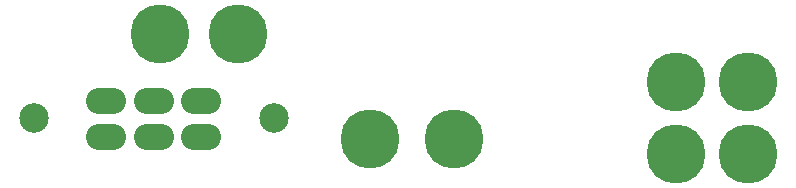
<source format=gbs>
G04 #@! TF.GenerationSoftware,KiCad,Pcbnew,6.0.8-f2edbf62ab~116~ubuntu20.04.1*
G04 #@! TF.CreationDate,2022-11-14T20:50:25-05:00*
G04 #@! TF.ProjectId,solar_lights,736f6c61-725f-46c6-9967-6874732e6b69,rev?*
G04 #@! TF.SameCoordinates,Original*
G04 #@! TF.FileFunction,Soldermask,Bot*
G04 #@! TF.FilePolarity,Negative*
%FSLAX46Y46*%
G04 Gerber Fmt 4.6, Leading zero omitted, Abs format (unit mm)*
G04 Created by KiCad (PCBNEW 6.0.8-f2edbf62ab~116~ubuntu20.04.1) date 2022-11-14 20:50:25*
%MOMM*%
%LPD*%
G01*
G04 APERTURE LIST*
%ADD10O,3.400000X2.200000*%
%ADD11C,5.000000*%
%ADD12C,2.900000*%
%ADD13C,2.500000*%
G04 APERTURE END LIST*
D10*
X142683500Y-111331000D03*
X138683500Y-111331000D03*
X134683500Y-111331000D03*
X142683500Y-108331000D03*
X138683500Y-108331000D03*
X134683500Y-108331000D03*
D11*
X164084000Y-111506000D03*
D12*
X164084000Y-111506000D03*
X145796000Y-102616000D03*
D11*
X145796000Y-102616000D03*
D12*
X139192000Y-102616000D03*
D11*
X139192000Y-102616000D03*
X188976000Y-106680000D03*
D12*
X188976000Y-106680000D03*
X182880000Y-112776000D03*
D11*
X182880000Y-112776000D03*
X182880000Y-106680000D03*
D12*
X182880000Y-106680000D03*
D13*
X128524000Y-109728000D03*
D12*
X156972000Y-111506000D03*
D11*
X156972000Y-111506000D03*
D12*
X188976000Y-112776000D03*
D11*
X188976000Y-112776000D03*
D13*
X148844000Y-109728000D03*
M02*

</source>
